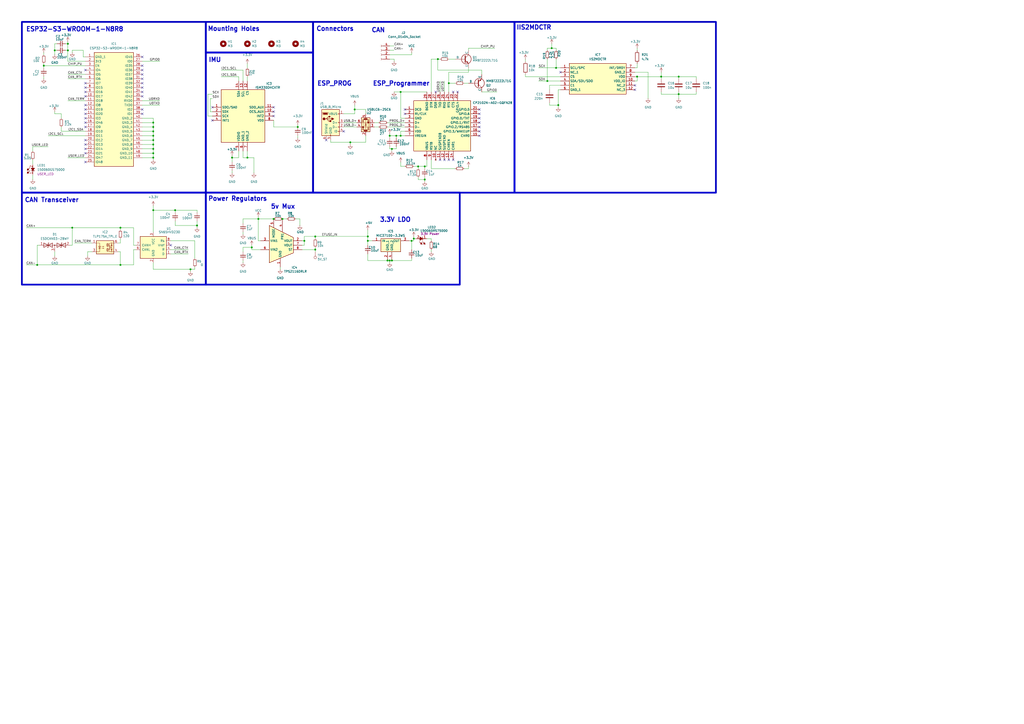
<source format=kicad_sch>
(kicad_sch (version 20250114) (generator "eeschema") (generator_version "9.0")
  (paper "A2")
  (rectangle (start 181.61 12.7) (end 298.45 111.76) (stroke (width 1)))
  (rectangle (start 12.7 12.7) (end 119.38 111.76) (stroke (width 1)))
  (rectangle (start 119.38 111.76) (end 266.7 165.1) (stroke (width 1)))
  (rectangle (start 298.45 12.7) (end 415.29 111.76) (stroke (width 1)))
  (rectangle (start 12.7 111.76) (end 119.38 165.1) (stroke (width 1)))
  (rectangle (start 119.38 12.7) (end 181.61 30.48) (stroke (width 1)))
  (rectangle (start 119.38 30.48) (end 181.61 111.76) (stroke (width 1)))
  (text "3.3V LDO" (at 220.218 129.032 0) (effects (font (size 2.56 2.56) (thickness 0.512) (bold yes)) (justify left bottom)))
  (text "Mounting Holes" (at 120.396 18.288 0) (effects (font (size 2.56 2.56) (thickness 0.512) (bold yes)) (justify left bottom)))
  (text "IIS2MDCTR" (at 299.466 17.526 0) (effects (font (size 2.56 2.56) (thickness 0.512) (bold yes)) (justify left bottom)))
  (text "ESP_Programmer" (at 216.154 50.038 0) (effects (font (size 2.56 2.56) (thickness 0.512) (bold yes)) (justify left bottom)))
  (text "Connectors\n" (at 183.388 18.288 0) (effects (font (size 2.56 2.56) (thickness 0.512) (bold yes)) (justify left bottom)))
  (text "IMU" (at 120.904 36.322 0) (effects (font (size 2.56 2.56) (thickness 0.512) (bold yes)) (justify left bottom)))
  (text "5v Mux" (at 156.972 121.412 0) (effects (font (size 2.56 2.56) (thickness 0.512) (bold yes)) (justify left bottom)))
  (text "ESP32-S3-WROOM-1-N8R8" (at 14.986 18.542 0) (effects (font (size 2.56 2.56) (thickness 0.512) (bold yes)) (justify left bottom)))
  (text "Power Regulators" (at 120.65 116.84 0) (effects (font (size 2.56 2.56) (thickness 0.512) (bold yes)) (justify left bottom)))
  (text "CAN" (at 215.392 19.05 0) (effects (font (size 2.56 2.56) (thickness 0.512) (bold yes)) (justify left bottom)))
  (text "ESP_PROG" (at 183.896 50.038 0) (effects (font (size 2.56 2.56) (thickness 0.512) (bold yes)) (justify left bottom)))
  (text "CAN Transceiver" (at 14.224 117.602 0) (effects (font (size 2.56 2.56) (thickness 0.512) (bold yes)) (justify left bottom)))
  (junction (at 172.72 73.66))
  (junction (at 88.9 78.74))
  (junction (at 149.86 127))
  (junction (at 213.36 137.16))
  (junction (at 226.06 151.13))
  (junction (at 143.51 91.44))
  (junction (at 69.85 153.67))
  (junction (at 88.9 86.36))
  (junction (at 182.88 144.78))
  (junction (at 205.74 63.5))
  (junction (at 39.37 29.21))
  (junction (at 227.33 151.13))
  (junction (at 176.53 139.7))
  (junction (at 41.91 132.08))
  (junction (at 158.75 127))
  (junction (at 25.4 38.1))
  (junction (at 232.41 78.74))
  (junction (at 232.41 53.34))
  (junction (at 317.5 46.99))
  (junction (at 101.6 121.92))
  (junction (at 246.38 96.52))
  (junction (at 88.9 76.2))
  (junction (at 224.79 151.13))
  (junction (at 393.7 44.45))
  (junction (at 323.85 60.96))
  (junction (at 213.36 139.7))
  (junction (at 88.9 81.28))
  (junction (at 369.57 44.45))
  (junction (at 88.9 73.66))
  (junction (at 246.38 104.14))
  (junction (at 88.9 88.9))
  (junction (at 182.88 137.16))
  (junction (at 146.05 143.51))
  (junction (at 39.37 25.4))
  (junction (at 322.58 39.37))
  (junction (at 88.9 71.12))
  (junction (at 110.49 156.21))
  (junction (at 260.35 48.26))
  (junction (at 226.06 78.74))
  (junction (at 393.7 54.61))
  (junction (at 383.54 44.45))
  (junction (at 238.76 139.7))
  (junction (at 242.57 96.52))
  (junction (at 134.62 91.44))
  (junction (at 114.3 130.81))
  (junction (at 31.75 29.21))
  (junction (at 88.9 121.92))
  (junction (at 203.2 82.55))
  (junction (at 227.33 86.36))
  (junction (at 163.83 127))
  (junction (at 240.03 138.43))
  (junction (at 69.85 132.08))
  (junction (at 229.87 78.74))
  (junction (at 254 34.29))
  (junction (at 21.59 153.67))
  (junction (at 88.9 83.82))
  (junction (at 320.04 27.94))
  (junction (at 88.9 91.44))
  (no_connect (at 49.53 71.12))
  (no_connect (at 278.13 66.04))
  (no_connect (at 368.3 49.53))
  (no_connect (at 49.53 48.26))
  (no_connect (at 99.06 142.24))
  (no_connect (at 82.55 66.04))
  (no_connect (at 82.55 45.72))
  (no_connect (at 49.53 66.04))
  (no_connect (at 158.75 67.31))
  (no_connect (at 49.53 40.64))
  (no_connect (at 278.13 78.74))
  (no_connect (at 234.95 63.5))
  (no_connect (at 49.53 55.88))
  (no_connect (at 49.53 93.98))
  (no_connect (at 123.19 69.85))
  (no_connect (at 82.55 43.18))
  (no_connect (at 278.13 73.66))
  (no_connect (at 278.13 71.12))
  (no_connect (at 278.13 68.58))
  (no_connect (at 265.43 53.34))
  (no_connect (at 158.75 62.23))
  (no_connect (at 49.53 60.96))
  (no_connect (at 278.13 76.2))
  (no_connect (at 189.23 81.28))
  (no_connect (at 49.53 86.36))
  (no_connect (at 82.55 50.8))
  (no_connect (at 257.81 92.71))
  (no_connect (at 49.53 88.9))
  (no_connect (at 49.53 50.8))
  (no_connect (at 49.53 63.5))
  (no_connect (at 82.55 63.5))
  (no_connect (at 123.19 62.23))
  (no_connect (at 82.55 40.64))
  (no_connect (at 199.39 76.2))
  (no_connect (at 234.95 66.04))
  (no_connect (at 82.55 55.88))
  (no_connect (at 158.75 64.77))
  (no_connect (at 82.55 33.02))
  (no_connect (at 325.12 41.91))
  (no_connect (at 82.55 53.34))
  (no_connect (at 262.89 92.71))
  (no_connect (at 49.53 68.58))
  (no_connect (at 82.55 38.1))
  (no_connect (at 49.53 73.66))
  (no_connect (at 262.89 53.34))
  (no_connect (at 252.73 53.34))
  (no_connect (at 278.13 63.5))
  (no_connect (at 260.35 92.71))
  (no_connect (at 368.3 52.07))
  (no_connect (at 49.53 81.28))
  (no_connect (at 49.53 53.34))
  (no_connect (at 49.53 83.82))
  (no_connect (at 82.55 48.26))
  (no_connect (at 255.27 92.71))
  (wire (pts (xy 25.4 44.45) (xy 25.4 45.72)))
  (wire (pts (xy 39.37 29.21) (xy 39.37 35.56)))
  (wire (pts (xy 25.4 36.83) (xy 25.4 38.1)))
  (wire (pts (xy 41.91 142.24) (xy 40.64 142.24)))
  (wire (pts (xy 232.41 68.58) (xy 232.41 53.34)))
  (wire (pts (xy 205.74 66.04) (xy 205.74 63.5)))
  (wire (pts (xy 229.87 85.09) (xy 229.87 86.36)))
  (wire (pts (xy 217.17 73.66) (xy 219.71 73.66)))
  (wire (pts (xy 134.62 90.17) (xy 134.62 91.44)))
  (wire (pts (xy 172.72 73.66) (xy 172.72 72.39)))
  (wire (pts (xy 368.3 39.37) (xy 369.57 39.37)))
  (wire (pts (xy 271.78 27.94) (xy 287.02 27.94)))
  (wire (pts (xy 113.03 156.21) (xy 110.49 156.21)))
  (wire (pts (xy 82.55 91.44) (xy 88.9 91.44)))
  (wire (pts (xy 229.87 78.74) (xy 229.87 80.01)))
  (wire (pts (xy 232.41 76.2) (xy 232.41 78.74)))
  (wire (pts (xy 383.54 54.61) (xy 383.54 53.34)))
  (wire (pts (xy 238.76 139.7) (xy 238.76 144.78)))
  (wire (pts (xy 175.26 142.24) (xy 176.53 142.24)))
  (wire (pts (xy 322.58 39.37) (xy 325.12 39.37)))
  (wire (pts (xy 227.33 86.36) (xy 227.33 87.63)))
  (wire (pts (xy 35.56 73.66) (xy 35.56 76.2)))
  (wire (pts (xy 260.35 48.26) (xy 260.35 53.34)))
  (wire (pts (xy 31.75 31.75) (xy 31.75 29.21)))
  (wire (pts (xy 271.78 96.52) (xy 271.78 97.79)))
  (wire (pts (xy 182.88 137.16) (xy 213.36 137.16)))
  (wire (pts (xy 323.85 52.07) (xy 325.12 52.07)))
  (wire (pts (xy 238.76 31.75) (xy 238.76 30.48)))
  (wire (pts (xy 246.38 102.87) (xy 246.38 104.14)))
  (wire (pts (xy 99.06 139.7) (xy 113.03 139.7)))
  (wire (pts (xy 383.54 44.45) (xy 383.54 45.72)))
  (wire (pts (xy 39.37 91.44) (xy 49.53 91.44)))
  (wire (pts (xy 19.05 85.09) (xy 19.05 87.63)))
  (wire (pts (xy 213.36 137.16) (xy 213.36 133.35)))
  (wire (pts (xy 224.79 73.66) (xy 234.95 73.66)))
  (wire (pts (xy 113.03 139.7) (xy 113.03 149.86)))
  (wire (pts (xy 41.91 132.08) (xy 69.85 132.08)))
  (wire (pts (xy 226.06 86.36) (xy 227.33 86.36)))
  (wire (pts (xy 318.77 52.07) (xy 318.77 49.53)))
  (wire (pts (xy 31.75 25.4) (xy 31.75 29.21)))
  (wire (pts (xy 69.85 132.08) (xy 69.85 133.35)))
  (wire (pts (xy 269.24 97.79) (xy 271.78 97.79)))
  (wire (pts (xy 31.75 64.77) (xy 31.75 66.04)))
  (wire (pts (xy 369.57 36.83) (xy 369.57 39.37)))
  (wire (pts (xy 15.24 153.67) (xy 21.59 153.67)))
  (wire (pts (xy 172.72 78.74) (xy 172.72 80.01)))
  (wire (pts (xy 227.33 86.36) (xy 229.87 86.36)))
  (wire (pts (xy 228.6 34.29) (xy 228.6 35.56)))
  (wire (pts (xy 269.24 48.26) (xy 271.78 48.26)))
  (wire (pts (xy 88.9 86.36) (xy 88.9 83.82)))
  (wire (pts (xy 224.79 151.13) (xy 213.36 151.13)))
  (wire (pts (xy 143.51 44.45) (xy 143.51 46.99)))
  (wire (pts (xy 254 34.29) (xy 255.27 34.29)))
  (wire (pts (xy 82.55 86.36) (xy 88.9 86.36)))
  (wire (pts (xy 101.6 128.27) (xy 101.6 130.81)))
  (wire (pts (xy 149.86 125.73) (xy 149.86 127)))
  (wire (pts (xy 78.74 144.78) (xy 77.47 144.78)))
  (wire (pts (xy 320.04 27.94) (xy 322.58 27.94)))
  (wire (pts (xy 138.43 44.45) (xy 128.27 44.45)))
  (wire (pts (xy 322.58 29.21) (xy 322.58 27.94)))
  (wire (pts (xy 149.86 127) (xy 149.86 139.7)))
  (wire (pts (xy 226.06 77.47) (xy 226.06 78.74)))
  (wire (pts (xy 43.18 140.97) (xy 53.34 140.97)))
  (wire (pts (xy 368.3 46.99) (xy 369.57 46.99)))
  (wire (pts (xy 49.53 33.02) (xy 48.26 33.02)))
  (wire (pts (xy 240.03 138.43) (xy 240.03 139.7)))
  (wire (pts (xy 320.04 25.4) (xy 320.04 27.94)))
  (wire (pts (xy 50.8 146.05) (xy 50.8 148.59)))
  (wire (pts (xy 88.9 76.2) (xy 88.9 73.66)))
  (wire (pts (xy 149.86 127) (xy 158.75 127)))
  (wire (pts (xy 19.05 92.71) (xy 19.05 95.25)))
  (wire (pts (xy 69.85 138.43) (xy 69.85 140.97)))
  (wire (pts (xy 242.57 96.52) (xy 242.57 97.79)))
  (wire (pts (xy 369.57 44.45) (xy 383.54 44.45)))
  (wire (pts (xy 88.9 88.9) (xy 88.9 86.36)))
  (wire (pts (xy 175.26 144.78) (xy 182.88 144.78)))
  (wire (pts (xy 69.85 153.67) (xy 77.47 153.67)))
  (wire (pts (xy 279.4 53.34) (xy 288.29 53.34)))
  (wire (pts (xy 88.9 121.92) (xy 88.9 119.38)))
  (wire (pts (xy 232.41 96.52) (xy 234.95 96.52)))
  (wire (pts (xy 322.58 34.29) (xy 322.58 39.37)))
  (wire (pts (xy 140.97 87.63) (xy 140.97 91.44)))
  (wire (pts (xy 88.9 71.12) (xy 88.9 68.58)))
  (wire (pts (xy 99.06 147.32) (xy 109.22 147.32)))
  (wire (pts (xy 213.36 139.7) (xy 215.9 139.7)))
  (wire (pts (xy 82.55 78.74) (xy 88.9 78.74)))
  (wire (pts (xy 21.59 153.67) (xy 69.85 153.67)))
  (wire (pts (xy 143.51 36.83) (xy 143.51 39.37)))
  (wire (pts (xy 101.6 121.92) (xy 101.6 123.19)))
  (wire (pts (xy 134.62 91.44) (xy 134.62 93.98)))
  (wire (pts (xy 162.56 154.94) (xy 162.56 156.21)))
  (wire (pts (xy 226.06 151.13) (xy 226.06 152.4)))
  (wire (pts (xy 203.2 82.55) (xy 212.09 82.55)))
  (wire (pts (xy 114.3 128.27) (xy 114.3 130.81)))
  (wire (pts (xy 232.41 78.74) (xy 234.95 78.74)))
  (wire (pts (xy 246.38 96.52) (xy 247.65 96.52)))
  (wire (pts (xy 176.53 142.24) (xy 176.53 139.7)))
  (wire (pts (xy 120.65 67.31) (xy 120.65 54.61)))
  (wire (pts (xy 31.75 29.21) (xy 33.02 29.21)))
  (wire (pts (xy 224.79 151.13) (xy 226.06 151.13)))
  (wire (pts (xy 226.06 80.01) (xy 226.06 78.74)))
  (wire (pts (xy 199.39 73.66) (xy 207.01 73.66)))
  (wire (pts (xy 146.05 142.24) (xy 146.05 143.51)))
  (wire (pts (xy 50.8 146.05) (xy 53.34 146.05)))
  (wire (pts (xy 19.05 101.6) (xy 19.05 104.14)))
  (wire (pts (xy 271.78 41.91) (xy 260.35 41.91)))
  (wire (pts (xy 110.49 156.21) (xy 88.9 156.21)))
  (wire (pts (xy 317.5 46.99) (xy 325.12 46.99)))
  (wire (pts (xy 21.59 142.24) (xy 22.86 142.24)))
  (wire (pts (xy 173.99 127) (xy 173.99 130.81)))
  (wire (pts (xy 213.36 137.16) (xy 213.36 139.7)))
  (wire (pts (xy 110.49 156.21) (xy 110.49 157.48)))
  (wire (pts (xy 82.55 73.66) (xy 88.9 73.66)))
  (wire (pts (xy 369.57 27.94) (xy 369.57 29.21)))
  (wire (pts (xy 247.65 92.71) (xy 247.65 96.52)))
  (wire (pts (xy 271.78 27.94) (xy 271.78 29.21)))
  (wire (pts (xy 393.7 54.61) (xy 393.7 53.34)))
  (wire (pts (xy 140.97 143.51) (xy 140.97 146.05)))
  (wire (pts (xy 140.97 135.89) (xy 140.97 134.62)))
  (wire (pts (xy 304.8 34.29) (xy 304.8 35.56)))
  (wire (pts (xy 279.4 43.18) (xy 279.4 40.64)))
  (wire (pts (xy 140.97 40.64) (xy 128.27 40.64)))
  (wire (pts (xy 260.35 48.26) (xy 264.16 48.26)))
  (wire (pts (xy 77.47 132.08) (xy 77.47 142.24)))
  (wire (pts (xy 138.43 91.44) (xy 134.62 91.44)))
  (wire (pts (xy 19.05 85.09) (xy 27.94 85.09)))
  (wire (pts (xy 237.49 139.7) (xy 238.76 139.7)))
  (wire (pts (xy 199.39 66.04) (xy 205.74 66.04)))
  (wire (pts (xy 393.7 54.61) (xy 403.86 54.61)))
  (wire (pts (xy 101.6 130.81) (xy 114.3 130.81)))
  (wire (pts (xy 217.17 71.12) (xy 219.71 71.12)))
  (wire (pts (xy 240.03 138.43) (xy 240.03 137.16)))
  (wire (pts (xy 317.5 29.21) (xy 317.5 27.94)))
  (wire (pts (xy 35.56 66.04) (xy 35.56 68.58)))
  (wire (pts (xy 82.55 81.28) (xy 88.9 81.28)))
  (wire (pts (xy 69.85 140.97) (xy 68.58 140.97)))
  (wire (pts (xy 77.47 144.78) (xy 77.47 153.67)))
  (wire (pts (xy 312.42 46.99) (xy 317.5 46.99)))
  (wire (pts (xy 48.26 29.21) (xy 41.91 29.21)))
  (wire (pts (xy 77.47 142.24) (xy 78.74 142.24)))
  (wire (pts (xy 213.36 147.32) (xy 213.36 151.13)))
  (wire (pts (xy 39.37 35.56) (xy 49.53 35.56)))
  (wire (pts (xy 176.53 139.7) (xy 175.26 139.7)))
  (wire (pts (xy 121.92 64.77) (xy 121.92 57.15)))
  (wire (pts (xy 147.32 91.44) (xy 147.32 100.33)))
  (wire (pts (xy 31.75 146.05) (xy 31.75 148.59)))
  (wire (pts (xy 369.57 46.99) (xy 369.57 44.45)))
  (wire (pts (xy 246.38 104.14) (xy 246.38 105.41)))
  (wire (pts (xy 226.06 26.67) (xy 228.6 26.67)))
  (wire (pts (xy 82.55 88.9) (xy 88.9 88.9)))
  (wire (pts (xy 250.19 97.79) (xy 264.16 97.79)))
  (wire (pts (xy 82.55 83.82) (xy 88.9 83.82)))
  (wire (pts (xy 88.9 73.66) (xy 88.9 71.12)))
  (wire (pts (xy 31.75 25.4) (xy 33.02 25.4)))
  (wire (pts (xy 250.19 138.43) (xy 250.19 139.7)))
  (wire (pts (xy 240.03 138.43) (xy 241.3 138.43)))
  (wire (pts (xy 114.3 121.92) (xy 114.3 123.19)))
  (wire (pts (xy 368.3 41.91) (xy 375.92 41.91)))
  (wire (pts (xy 383.54 41.91) (xy 383.54 44.45)))
  (wire (pts (xy 323.85 60.96) (xy 323.85 62.23)))
  (wire (pts (xy 242.57 96.52) (xy 246.38 96.52)))
  (wire (pts (xy 242.57 104.14) (xy 246.38 104.14)))
  (wire (pts (xy 113.03 154.94) (xy 113.03 156.21)))
  (wire (pts (xy 403.86 44.45) (xy 403.86 45.72)))
  (wire (pts (xy 88.9 156.21) (xy 88.9 152.4)))
  (wire (pts (xy 69.85 132.08) (xy 77.47 132.08)))
  (wire (pts (xy 25.4 30.48) (xy 25.4 31.75)))
  (wire (pts (xy 146.05 143.51) (xy 146.05 144.78)))
  (wire (pts (xy 229.87 78.74) (xy 232.41 78.74)))
  (wire (pts (xy 250.19 53.34) (xy 250.19 34.29)))
  (wire (pts (xy 39.37 45.72) (xy 49.53 45.72)))
  (wire (pts (xy 39.37 24.13) (xy 39.37 25.4)))
  (wire (pts (xy 250.19 34.29) (xy 254 34.29)))
  (wire (pts (xy 238.76 149.86) (xy 238.76 151.13)))
  (wire (pts (xy 403.86 44.45) (xy 393.7 44.45)))
  (wire (pts (xy 182.88 143.51) (xy 182.88 144.78)))
  (wire (pts (xy 318.77 59.69) (xy 318.77 60.96)))
  (wire (pts (xy 82.55 35.56) (xy 92.71 35.56)))
  (wire (pts (xy 226.06 151.13) (xy 227.33 151.13)))
  (wire (pts (xy 250.19 144.78) (xy 250.19 146.05)))
  (wire (pts (xy 176.53 137.16) (xy 182.88 137.16)))
  (wire (pts (xy 199.39 71.12) (xy 207.01 71.12)))
  (wire (pts (xy 121.92 57.15) (xy 123.19 57.15)))
  (wire (pts (xy 68.58 146.05) (xy 69.85 146.05)))
  (wire (pts (xy 143.51 87.63) (xy 143.51 91.44)))
  (wire (pts (xy 317.5 34.29) (xy 317.5 46.99)))
  (wire (pts (xy 191.77 81.28) (xy 191.77 82.55)))
  (wire (pts (xy 232.41 76.2) (xy 234.95 76.2)))
  (wire (pts (xy 173.99 127) (xy 171.45 127)))
  (wire (pts (xy 375.92 41.91) (xy 375.92 57.15)))
  (wire (pts (xy 228.6 29.21) (xy 226.06 29.21)))
  (wire (pts (xy 114.3 130.81) (xy 114.3 132.08)))
  (wire (pts (xy 123.19 64.77) (xy 121.92 64.77)))
  (wire (pts (xy 39.37 43.18) (xy 49.53 43.18)))
  (wire (pts (xy 368.3 44.45) (xy 369.57 44.45)))
  (wire (pts (xy 247.65 138.43) (xy 250.19 138.43)))
  (wire (pts (xy 140.97 91.44) (xy 143.51 91.44)))
  (wire (pts (xy 158.75 73.66) (xy 158.75 69.85)))
  (wire (pts (xy 182.88 144.78) (xy 182.88 146.05)))
  (wire (pts (xy 146.05 143.51) (xy 140.97 143.51)))
  (wire (pts (xy 323.85 52.07) (xy 323.85 60.96)))
  (wire (pts (xy 140.97 151.13) (xy 140.97 152.4)))
  (wire (pts (xy 393.7 44.45) (xy 383.54 44.45)))
  (wire (pts (xy 255.27 46.99) (xy 255.27 53.34)))
  (wire (pts (xy 226.06 78.74) (xy 229.87 78.74)))
  (wire (pts (xy 254 40.64) (xy 254 34.29)))
  (wire (pts (xy 226.06 31.75) (xy 238.76 31.75)))
  (wire (pts (xy 213.36 142.24) (xy 213.36 139.7)))
  (wire (pts (xy 39.37 25.4) (xy 39.37 29.21)))
  (wire (pts (xy 41.91 29.21) (xy 41.91 30.48)))
  (wire (pts (xy 212.09 78.74) (xy 212.09 82.55)))
  (wire (pts (xy 82.55 58.42) (xy 92.71 58.42)))
  (wire (pts (xy 250.19 92.71) (xy 250.19 97.79)))
  (wire (pts (xy 224.79 71.12) (xy 234.95 71.12)))
  (wire (pts (xy 69.85 146.05) (xy 69.85 153.67)))
  (wire (pts (xy 232.41 93.98) (xy 232.41 96.52)))
  (wire (pts (xy 38.1 29.21) (xy 39.37 29.21)))
  (wire (pts (xy 383.54 54.61) (xy 393.7 54.61)))
  (wire (pts (xy 182.88 138.43) (xy 182.88 137.16)))
  (wire (pts (xy 260.35 41.91) (xy 260.35 48.26)))
  (wire (pts (xy 88.9 78.74) (xy 88.9 76.2)))
  (wire (pts (xy 48.26 33.02) (xy 48.26 29.21)))
  (wire (pts (xy 176.53 139.7) (xy 176.53 137.16)))
  (wire (pts (xy 212.09 66.04) (xy 212.09 63.5)))
  (wire (pts (xy 120.65 54.61) (xy 123.19 54.61)))
  (wire (pts (xy 35.56 76.2) (xy 49.53 76.2)))
  (wire (pts (xy 304.8 44.45) (xy 325.12 44.45)))
  (wire (pts (xy 25.4 38.1) (xy 49.53 38.1)))
  (wire (pts (xy 134.62 99.06) (xy 134.62 100.33)))
  (wire (pts (xy 240.03 139.7) (xy 238.76 139.7)))
  (wire (pts (xy 242.57 102.87) (xy 242.57 104.14)))
  (wire (pts (xy 88.9 83.82) (xy 88.9 81.28)))
  (wire (pts (xy 140.97 127) (xy 149.86 127)))
  (wire (pts (xy 247.65 53.34) (xy 232.41 53.34)))
  (wire (pts (xy 271.78 39.37) (xy 271.78 41.91)))
  (wire (pts (xy 88.9 121.92) (xy 88.9 134.62)))
  (wire (pts (xy 228.6 34.29) (xy 226.06 34.29)))
  (wire (pts (xy 403.86 54.61) (xy 403.86 53.34)))
  (wire (pts (xy 318.77 60.96) (xy 323.85 60.96)))
  (wire (pts (xy 39.37 58.42) (xy 49.53 58.42)))
  (wire (pts (xy 246.38 96.52) (xy 246.38 97.79)))
  (wire (pts (xy 203.2 82.55) (xy 203.2 83.82)))
  (wire (pts (xy 25.4 39.37) (xy 25.4 38.1)))
  (wire (pts (xy 138.43 46.99) (xy 138.43 44.45)))
  (wire (pts (xy 88.9 91.44) (xy 88.9 88.9)))
  (wire (pts (xy 31.75 66.04) (xy 35.56 66.04)))
  (wire (pts (xy 138.43 87.63) (xy 138.43 91.44)))
  (wire (pts (xy 158.75 73.66) (xy 172.72 73.66)))
  (wire (pts (xy 393.7 44.45) (xy 393.7 45.72)))
  (wire (pts (xy 143.51 91.44) (xy 147.32 91.44)))
  (wire (pts (xy 234.95 68.58) (xy 232.41 68.58)))
  (wire (pts (xy 203.2 82.55) (xy 191.77 82.55)))
  (wire (pts (xy 317.5 27.94) (xy 320.04 27.94)))
  (wire (pts (xy 393.7 54.61) (xy 393.7 57.15)))
  (wire (pts (xy 123.19 67.31) (xy 120.65 67.31)))
  (wire (pts (xy 27.94 78.74) (xy 49.53 78.74)))
  (wire (pts (xy 318.77 49.53) (xy 325.12 49.53)))
  (wire (pts (xy 149.86 139.7) (xy 151.13 139.7)))
  (wire (pts (xy 99.06 144.78) (xy 109.22 144.78)))
  (wire (pts (xy 88.9 68.58) (xy 82.55 68.58)))
  (wire (pts (xy 140.97 127) (xy 140.97 129.54)))
  (wire (pts (xy 101.6 121.92) (xy 114.3 121.92)))
  (wire (pts (xy 227.33 151.13) (xy 238.76 151.13)))
  (wire (pts (xy 240.03 96.52) (xy 242.57 96.52)))
  (wire (pts (xy 205.74 63.5) (xy 205.74 60.96)))
  (wire (pts (xy 212.09 63.5) (xy 205.74 63.5)))
  (wire (pts (xy 312.42 39.37) (xy 322.58 39.37)))
  (wire (pts (xy 226.06 85.09) (xy 226.06 86.36)))
  (wire (pts (xy 82.55 76.2) (xy 88.9 76.2)))
  (wire (pts (xy 140.97 46.99) (xy 140.97 40.64)))
  (wire (pts (xy 82.55 60.96) (xy 92.71 60.96)))
  (wire (pts (xy 38.1 25.4) (xy 39.37 25.4)))
  (wire (pts (xy 279.4 40.64) (xy 254 40.64)))
  (wire (pts (xy 82.55 71.12) (xy 88.9 71.12)))
  (wire (pts (xy 304.8 43.18) (xy 304.8 44.45)))
  (wire (pts (xy 166.37 127) (xy 163.83 127)))
  (wire (pts (xy 15.24 132.08) (xy 41.91 132.08)))
  (wire (pts (xy 146.05 144.78) (xy 151.13 144.78)))
  (wire (pts (xy 88.9 121.92) (xy 101.6 121.92)))
  (wire (pts (xy 41.91 132.08) (xy 41.91 142.24)))
  (wire (pts (xy 21.59 142.24) (xy 21.59 153.67)))
  (wire (pts (xy 232.41 53.34) (xy 228.6 53.34)))
  (wire (pts (xy 88.9 92.71) (xy 88.9 91.44)))
  (wire (pts (xy 257.81 46.99) (xy 257.81 53.34)))
  (wire (pts (xy 260.35 34.29) (xy 264.16 34.29)))
  (wire (pts (xy 88.9 81.28) (xy 88.9 78.74)))
  (label "CHIP_PU" (at 39.37 38.1 0))
  (label "SDX" (at 312.42 46.99 0))
  (label "CAN-" (at 15.24 153.67 0))
  (label "CAN_RTX" (at 109.22 147.32 180))
  (label "USB_D-" (at 207.01 73.66 180))
  (label "CAN_TERM" (at 39.37 58.42 0))
  (label "SCX" (at 123.19 54.61 0))
  (label "U0TXD" (at 92.71 60.96 180))
  (label "I2C1_SDA" (at 39.37 76.2 0))
  (label "EFUSE_IN" (at 186.69 137.16 0))
  (label "PROG_D+" (at 234.95 71.12 180))
  (label "PROG_D-" (at 234.95 73.66 180))
  (label "CAN+" (at 15.24 132.08 0))
  (label "CAN_CTX" (at 109.22 144.78 180))
  (label "SCX" (at 312.42 39.37 0))
  (label "U0RXD" (at 255.27 46.99 270))
  (label "I2C1_SDA" (at 128.27 44.45 0))
  (label "SDX" (at 123.19 57.15 0))
  (label "CAN_RTX" (at 39.37 45.72 0))
  (label "CAN-" (at 228.6 29.21 0))
  (label "USER_LED" (at 27.94 85.09 180))
  (label "USER_LED" (at 39.37 91.44 0))
  (label "GPIO0" (at 288.29 53.34 180))
  (label "CAN_TERM" (at 43.18 140.97 0))
  (label "CAN+" (at 228.6 26.67 0))
  (label "CHIP_PU" (at 287.02 27.94 180))
  (label "I2C1_SCL" (at 128.27 40.64 0))
  (label "USB_D+" (at 207.01 71.12 180))
  (label "I2C1_SCL" (at 27.94 78.74 0))
  (label "U0TXD" (at 257.81 46.99 270))
  (label "U0RXD" (at 92.71 58.42 180))
  (label "GPIO0" (at 92.71 35.56 180))
  (label "CAN_CTX" (at 39.37 43.18 0))
  (symbol (lib_id "power:+3.3V") (at 240.03 137.16 0) (unit 1)
    (property "Reference" "#PWR036" (effects (hide yes)))
    (property "Value" "+3.3V" (at 240.03 133.35 0))
    (property "Description" "Power symbol creates a global label with name \"+3.3V\"" (effects (hide yes)))
  )
  (symbol (lib_id "power:GND") (at 114.3 132.08 0) (unit 1)
    (property "Reference" "#PWR013" (effects (hide yes)))
    (property "Value" "GND" (at 114.3 137.16 0))
    (property "Description" "Power symbol creates a global label with name \"GND\" , ground" (effects (hide yes)))
  )
  (symbol (lib_id "Device:C_Small") (at 134.62 96.52 180) (unit 1)
    (property "Reference" "C6" (at 139.7 95.504 0) (effects (justify left)))
    (property "Value" "100nF" (at 143.002 97.282 0) (effects (justify left)))
    (property "Footprint" "Capacitor_SMD:C_0603_1608Metric" (effects (hide yes)))
  )
  (symbol (lib_id "Device:R_Small") (at 161.29 127 270) (unit 1)
    (property "Reference" "R7" (at 159.512 123.698 90) (effects (justify left)))
    (property "Value" "10k" (at 161.29 125.222 90))
    (property "Footprint" "Resistor_SMD:R_0603_1608Metric" (effects (hide yes)))
  )
  (symbol (lib_id "power:GND") (at 172.72 80.01 0) (unit 1)
    (property "Reference" "#PWR024" (effects (hide yes)))
    (property "Value" "GND" (at 172.72 85.09 0))
    (property "Description" "Power symbol creates a global label with name \"GND\" , ground" (effects (hide yes)))
  )
  (symbol (lib_id "power:+3.3V") (at 88.9 119.38 0) (unit 1)
    (property "Reference" "#PWR011" (effects (hide yes)))
    (property "Value" "+3.3V" (at 88.9 114.3 0))
    (property "Description" "Power symbol creates a global label with name \"+3.3V\"" (effects (hide yes)))
  )
  (symbol (lib_id "SDM_LED:150060RS75000") (at 247.65 138.43 180) (unit 1)
    (property "Reference" "LED2" (at 250.444 131.826 0))
    (property "Value" "150060RS75000" (at 251.714 133.858 0))
    (property "Footprint" "SDM_MiscFootprint:LEDC1608X80N" (effects (hide yes)))
    (property "Datasheet" "https://www.we-online.com/components/products/datasheet/150060RS75000.pdf" (effects (hide yes)))
    (property "Description" "WURTH ELEKTRONIK - 150060RS75000 - LED, 0603, RED, 250MCD, 625NM" (effects (hide yes)))
    (property "Measure" "3.3V Power" (at 249.428 135.636 0))
    (property "Height" "0.8" (effects (hide yes)))
    (property "Mouser Part Number" "710-150060RS75000" (effects (hide yes)))
    (property "Mouser Price/Stock" "https://www.mouser.co.uk/ProductDetail/Wurth-Elektronik/150060RS75000?qs=LlUlMxKIyB3QnmZ3fw%2FVCA%3D%3D" (effects (hide yes)))
    (property "Manufacturer_Name" "Wurth Elektronik" (effects (hide yes)))
    (property "Manufacturer_Part_Number" "150060RS75000" (effects (hide yes)))
  )
  (symbol (lib_id "Device:C_Small") (at 238.76 147.32 180) (unit 1)
    (property "Reference" "C13" (at 243.332 146.304 0) (effects (justify left)))
    (property "Value" "10uF" (at 245.618 148.082 0) (effects (justify left)))
    (property "Footprint" "Capacitor_SMD:C_0603_1608Metric" (effects (hide yes)))
  )
  (symbol (lib_id "Device:C_Small") (at 35.56 25.4 270) (unit 1)
    (property "Reference" "C2" (at 32.258 21.082 90) (effects (justify left)))
    (property "Value" "10uF" (at 32.258 22.86 90) (effects (justify left)))
    (property "Footprint" "Capacitor_SMD:C_0603_1608Metric" (effects (hide yes)))
  )
  (symbol (lib_id "Connector:USB_B_Micro") (at 191.77 71.12 0) (unit 1)
    (property "Reference" "J1" (at 186.69 59.944 0))
    (property "Value" "USB_B_Micro" (at 191.77 61.976 0))
    (property "Footprint" "Connector_USB:USB_Micro-B_Molex-105017-0001" (effects (hide yes)))
    (property "Description" "USB Micro Type B connector" (effects (hide yes)))
  )
  (symbol (lib_id "power:+3.3V") (at 383.54 41.91 0) (unit 1)
    (property "Reference" "#PWR045" (effects (hide yes)))
    (property "Value" "+3.3V" (at 382.524 38.1 0))
    (property "Description" "Power symbol creates a global label with name \"+3.3V\"" (effects (hide yes)))
  )
  (symbol (lib_id "Device:R_Small") (at 35.56 71.12 0) (unit 1)
    (property "Reference" "R3" (at 37.338 70.612 0) (effects (justify left)))
    (property "Value" "2.2k" (at 37.338 72.136 0) (effects (justify left)))
    (property "Footprint" "Resistor_SMD:R_0603_1608Metric" (effects (hide yes)))
  )
  (symbol (lib_id "Device:C_Small") (at 246.38 100.33 180) (unit 1)
    (property "Reference" "C14" (at 250.952 99.314 0) (effects (justify left)))
    (property "Value" "1uF" (at 252.222 101.092 0) (effects (justify left)))
    (property "Footprint" "Capacitor_SMD:C_0603_1608Metric" (effects (hide yes)))
  )
  (symbol (lib_id "Device:C_Small") (at 35.56 29.21 270) (unit 1)
    (property "Reference" "C3" (at 33.528 31.75 90) (effects (justify left)))
    (property "Value" "100nF" (at 33.02 33.274 90) (effects (justify left)))
    (property "Footprint" "Capacitor_SMD:C_0603_1608Metric" (effects (hide yes)))
  )
  (symbol (lib_id "power:GND") (at 19.05 104.14 0) (unit 1)
    (property "Reference" "#PWR01" (effects (hide yes)))
    (property "Value" "GND" (at 19.05 109.22 0))
    (property "Description" "Power symbol creates a global label with name \"GND\" , ground" (effects (hide yes)))
  )
  (symbol (lib_id "power:+3.3V") (at 304.8 34.29 0) (unit 1)
    (property "Reference" "#PWR040" (effects (hide yes)))
    (property "Value" "+3.3V" (at 303.784 30.48 0))
    (property "Description" "Power symbol creates a global label with name \"+3.3V\"" (effects (hide yes)))
  )
  (symbol (lib_id "power:GND") (at 226.06 152.4 0) (unit 1)
    (property "Reference" "#PWR030" (effects (hide yes)))
    (property "Value" "GND" (at 226.06 156.464 0))
    (property "Description" "Power symbol creates a global label with name \"GND\" , ground" (effects (hide yes)))
  )
  (symbol (lib_id "power:GND") (at 41.91 30.48 0) (unit 1)
    (property "Reference" "#PWR08" (effects (hide yes)))
    (property "Value" "GND" (at 41.91 34.29 0))
    (property "Description" "Power symbol creates a global label with name \"GND\" , ground" (effects (hide yes)))
  )
  (symbol (lib_id "Device:R_Small") (at 322.58 31.75 0) (unit 1)
    (property "Reference" "R20" (at 324.358 33.02 90) (effects (justify left)))
    (property "Value" "2.2k" (at 320.802 33.782 90) (effects (justify left)))
    (property "Footprint" "Resistor_SMD:R_0603_1608Metric" (effects (hide yes)))
  )
  (symbol (lib_id "Mechanical:MountingHole") (at 143.51 25.4 0) (unit 1)
    (property "Reference" "H2" (at 146.05 24.13 0) (effects (justify left)))
    (property "Value" "M3" (at 146.05 26.67 0) (effects (justify left)))
    (property "Footprint" "MountingHole:MountingHole_3.2mm_M3" (effects (hide yes)))
  )
  (symbol (lib_id "Device:R_Small") (at 25.4 34.29 180) (unit 1)
    (property "Reference" "R2" (at 23.114 33.782 0) (effects (justify left)))
    (property "Value" "10k" (at 22.86 35.306 0) (effects (justify left)))
    (property "Footprint" "Resistor_SMD:R_0603_1608Metric" (effects (hide yes)))
  )
  (symbol (lib_id "power:VBUS") (at 232.41 93.98 0) (unit 1)
    (property "Reference" "#PWR034" (effects (hide yes)))
    (property "Value" "VBUS" (at 232.41 88.9 0))
    (property "Description" "Power symbol creates a global label with name \"VBUS\"" (effects (hide yes)))
  )
  (symbol (lib_id "power:GND") (at 147.32 100.33 0) (unit 1)
    (property "Reference" "#PWR020" (effects (hide yes)))
    (property "Value" "GND" (at 147.32 105.41 0))
    (property "Description" "Power symbol creates a global label with name \"GND\" , ground" (effects (hide yes)))
  )
  (symbol (lib_id "SDM_TRANSISTOR:MMBT2222LT1G") (at 276.86 48.26 0) (mirror x) (unit 1)
    (property "Reference" "Q2" (at 281.94 49.5301 0) (effects (justify left)))
    (property "Value" "MMBT2222LT1G" (at 281.94 46.9901 0) (effects (justify left)))
    (property "Footprint" "SDM_MiscFootprint:SOT96P237X111-3N" (effects (hide yes)))
    (property "Datasheet" "https://ngspice.sourceforge.io/docs/ngspice-html-manual/manual.xhtml#cha_BJTs" (effects (hide yes)))
    (property "Description" "Bipolar transistor symbol for simulation only, substrate tied to the emitter" (effects (hide yes)))
    (property "Sim.Device" "NPN" (effects (hide yes)))
    (property "Sim.Type" "GUMMELPOON" (effects (hide yes)))
    (property "Sim.Pins" "1=C 2=B 3=E" (effects (hide yes)))
  )
  (symbol (lib_id "Device:C") (at 383.54 49.53 0) (unit 1)
    (property "Reference" "C16" (at 387.35 48.2599 0) (effects (justify left)))
    (property "Value" "10u" (at 387.35 50.7999 0) (effects (justify left)))
    (property "Footprint" "Capacitor_SMD:C_0603_1608Metric" (effects (hide yes)))
    (property "Description" "Unpolarized capacitor" (effects (hide yes)))
  )
  (symbol (lib_id "Device:R_Small") (at 242.57 100.33 0) (unit 1)
    (property "Reference" "R13" (at 237.49 99.568 0) (effects (justify left)))
    (property "Value" "47.5k" (at 236.22 101.346 0) (effects (justify left)))
    (property "Footprint" "Resistor_SMD:R_0603_1608Metric" (effects (hide yes)))
  )
  (symbol (lib_id "Device:R_Small") (at 143.51 41.91 180) (unit 1)
    (property "Reference" "R6" (at 147.066 40.386 90) (effects (justify left)))
    (property "Value" "10k" (at 145.288 40.386 90) (effects (justify left)))
    (property "Footprint" "Resistor_SMD:R_0603_1608Metric" (effects (hide yes)))
  )
  (symbol (lib_id "Device:R_Small") (at 250.19 142.24 180) (unit 1)
    (property "Reference" "R14" (at 255.016 141.478 0) (effects (justify left)))
    (property "Value" "68" (at 253.746 143.256 0) (effects (justify left)))
    (property "Footprint" "Resistor_SMD:R_0603_1608Metric" (effects (hide yes)))
  )
  (symbol (lib_id "Device:R_Small") (at 182.88 140.97 0) (unit 1)
    (property "Reference" "R9" (at 183.896 140.716 0) (effects (justify left)))
    (property "Value" "10k" (at 185.928 142.494 0))
    (property "Footprint" "Resistor_SMD:R_0603_1608Metric" (effects (hide yes)))
  )
  (symbol (lib_id "Device:C") (at 403.86 49.53 0) (unit 1)
    (property "Reference" "C18" (at 407.67 48.2599 0) (effects (justify left)))
    (property "Value" "100n" (at 407.67 50.7999 0) (effects (justify left)))
    (property "Footprint" "Capacitor_SMD:C_0603_1608Metric" (effects (hide yes)))
    (property "Description" "Unpolarized capacitor" (effects (hide yes)))
  )
  (symbol (lib_id "Device:C_Small") (at 213.36 144.78 180) (unit 1)
    (property "Reference" "C10" (at 217.678 143.51 0) (effects (justify left)))
    (property "Value" "10uF" (at 219.964 145.288 0) (effects (justify left)))
    (property "Footprint" "Capacitor_SMD:C_0603_1608Metric" (effects (hide yes)))
  )
  (symbol (lib_id "power:GND") (at 140.97 152.4 0) (unit 1)
    (property "Reference" "#PWR017" (effects (hide yes)))
    (property "Value" "GND" (at 140.97 157.48 0))
    (property "Description" "Power symbol creates a global label with name \"GND\" , ground" (effects (hide yes)))
  )
  (symbol (lib_id "power:GND") (at 110.49 157.48 0) (unit 1)
    (property "Reference" "#PWR012" (effects (hide yes)))
    (property "Value" "GND" (at 110.49 162.56 0))
    (property "Description" "Power symbol creates a global label with name \"GND\" , ground" (effects (hide yes)))
  )
  (symbol (lib_id "power:+3.3V") (at 39.37 24.13 0) (unit 1)
    (property "Reference" "#PWR07" (effects (hide yes)))
    (property "Value" "+3.3V" (at 38.354 20.32 0))
    (property "Description" "Power symbol creates a global label with name \"+3.3V\"" (effects (hide yes)))
  )
  (symbol (lib_id "Device:R_Small") (at 222.25 73.66 270) (unit 1)
    (property "Reference" "R11" (at 220.218 75.692 90) (effects (justify left)))
    (property "Value" "27" (at 220.218 77.47 90) (effects (justify left)))
    (property "Footprint" "Resistor_SMD:R_0603_1608Metric" (effects (hide yes)))
  )
  (symbol (lib_id "power:VCC") (at 238.76 30.48 0) (unit 1)
    (property "Reference" "#PWR035" (effects (hide yes)))
    (property "Value" "VCC" (at 238.76 26.67 0))
    (property "Description" "Power symbol creates a global label with name \"VCC\"" (effects (hide yes)))
  )
  (symbol (lib_id "Device:R_Small") (at 113.03 152.4 180) (unit 1)
    (property "Reference" "R5" (at 116.84 151.638 0) (effects (justify left)))
    (property "Value" "0" (at 117.856 153.67 0) (effects (justify left)))
    (property "Footprint" "Resistor_SMD:R_0603_1608Metric" (effects (hide yes)))
  )
  (symbol (lib_id "power:+3.3V") (at 172.72 72.39 0) (unit 1)
    (property "Reference" "#PWR023" (effects (hide yes)))
    (property "Value" "+3.3V" (at 172.72 67.31 0))
    (property "Description" "Power symbol creates a global label with name \"+3.3V\"" (effects (hide yes)))
  )
  (symbol (lib_id "Device:R_Small") (at 257.81 34.29 270) (unit 1)
    (property "Reference" "R15" (at 256.286 30.734 90) (effects (justify left)))
    (property "Value" "10k" (at 256.286 32.512 90) (effects (justify left)))
    (property "Footprint" "Resistor_SMD:R_0603_1608Metric" (effects (hide yes)))
  )
  (symbol (lib_id "Device:C_Small") (at 226.06 82.55 180) (unit 1)
    (property "Reference" "C11" (at 223.774 81.788 0) (effects (justify left)))
    (property "Value" "4.7uF" (at 224.282 83.566 0) (effects (justify left)))
    (property "Footprint" "Capacitor_SMD:C_0603_1608Metric" (effects (hide yes)))
  )
  (symbol (lib_id "power:+3.3V") (at 320.04 25.4 0) (unit 1)
    (property "Reference" "#PWR041" (effects (hide yes)))
    (property "Value" "+3.3V" (at 320.04 21.844 0))
    (property "Description" "Power symbol creates a global label with name \"+3.3V\"" (effects (hide yes)))
  )
  (symbol (lib_id "power:GND") (at 134.62 100.33 0) (unit 1)
    (property "Reference" "#PWR015" (effects (hide yes)))
    (property "Value" "GND" (at 134.62 105.41 0))
    (property "Description" "Power symbol creates a global label with name \"GND\" , ground" (effects (hide yes)))
  )
  (symbol (lib_id "Device:R_Small") (at 266.7 48.26 270) (unit 1)
    (property "Reference" "R16" (at 265.176 44.704 90) (effects (justify left)))
    (property "Value" "10k" (at 265.176 46.482 90) (effects (justify left)))
    (property "Footprint" "Resistor_SMD:R_0603_1608Metric" (effects (hide yes)))
  )
  (symbol (lib_id "SDM_OPTOCOUPLERS:TLP175A_TPL,E") (at 53.34 143.51 0) (unit 1)
    (property "Reference" "IC2" (at 60.96 134.62 0))
    (property "Value" "TLP175A_TPL,E" (at 60.96 137.16 0))
    (property "Footprint" "SDM_MiscFootprint:TLP266J" (effects (hide yes)))
    (property "Datasheet" "http://toshiba.semicon-storage.com/info/docget.jsp?did=13665&prodName=TLP175A" (effects (hide yes)))
    (property "Description" "MOSFET Output Optocouplers Trigger LED Current 1mA85dC3750 Vrms" (effects (hide yes)))
    (property "Height" "2" (effects (hide yes)))
    (property "Mouser Part Number" "757-TLP175A(TPLE" (effects (hide yes)))
    (property "Mouser Price/Stock" "https://www.mouser.co.uk/ProductDetail/Toshiba/TLP175ATPLE?qs=HVbQlW5zcXXp9ILK7hvmMw%3D%3D" (effects (hide yes)))
    (property "Manufacturer_Name" "Toshiba" (effects (hide yes)))
    (property "Manufacturer_Part_Number" "TLP175A(TPL,E" (effects (hide yes)))
  )
  (symbol (lib_id "power:+3.3V") (at 134.62 90.17 0) (unit 1)
    (property "Reference" "#PWR014" (effects (hide yes)))
    (property "Value" "+3.3V" (at 134.62 86.614 0))
    (property "Description" "Power symbol creates a global label with name \"+3.3V\"" (effects (hide yes)))
  )
  (symbol (lib_id "power:GND") (at 25.4 45.72 0) (unit 1)
    (property "Reference" "#PWR03" (effects (hide yes)))
    (property "Value" "GND" (at 25.4 50.8 0))
    (property "Description" "Power symbol creates a global label with name \"GND\" , ground" (effects (hide yes)))
  )
  (symbol (lib_id "power:GND") (at 323.85 62.23 0) (unit 1)
    (property "Reference" "#PWR042" (effects (hide yes)))
    (property "Value" "GND" (at 323.85 67.31 0))
    (property "Description" "Power symbol creates a global label with name \"GND\" , ground" (effects (hide yes)))
  )
  (symbol (lib_id "Device:C_Small") (at 140.97 132.08 180) (unit 1)
    (property "Reference" "C7" (at 143.002 131.318 0) (effects (justify right)))
    (property "Value" "1uF" (at 143.002 132.842 0) (effects (justify right)))
    (property "Footprint" "Capacitor_SMD:C_0603_1608Metric" (effects (hide yes)))
  )
  (symbol (lib_id "power:GND") (at 375.92 57.15 0) (unit 1)
    (property "Reference" "#PWR044" (effects (hide yes)))
    (property "Value" "GND" (at 375.92 62.23 0))
    (property "Description" "Power symbol creates a global label with name \"GND\" , ground" (effects (hide yes)))
  )
  (symbol (lib_id "power:GND") (at 227.33 87.63 0) (unit 1)
    (property "Reference" "#PWR031" (effects (hide yes)))
    (property "Value" "GND" (at 224.282 89.916 0))
    (property "Description" "Power symbol creates a global label with name \"GND\" , ground" (effects (hide yes)))
  )
  (symbol (lib_id "Mechanical:MountingHole") (at 129.54 25.4 0) (unit 1)
    (property "Reference" "H1" (at 132.08 24.13 0) (effects (justify left)))
    (property "Value" "M3" (at 132.08 26.67 0) (effects (justify left)))
    (property "Footprint" "MountingHole:MountingHole_3.2mm_M3" (effects (hide yes)))
  )
  (symbol (lib_id "Device:R") (at 369.57 33.02 0) (unit 1)
    (property "Reference" "R21" (at 372.11 31.7499 0) (effects (justify left)))
    (property "Value" "4.7k" (at 372.11 34.2899 0) (effects (justify left)))
    (property "Footprint" "Resistor_SMD:R_0603_1608Metric" (effects (hide yes)))
    (property "Description" "Resistor" (effects (hide yes)))
  )
  (symbol (lib_id "SDM_LOGIC:TPS2116DRLR") (at 161.29 142.24 0) (unit 1)
    (property "Reference" "IC4" (at 169.164 155.194 0) (effects (justify left)))
    (property "Value" "TPS2116DRLR" (at 164.7033 157.48 0) (effects (justify left)))
    (property "Footprint" "SDM_MiscFootprint:SOTFL50P160X60-8L" (effects (hide yes)))
    (property "Datasheet" "https://www.ti.com/lit/gpn/tps2116" (effects (hide yes)))
    (property "Description" "d" (effects (hide yes)))
    (property "Height" "0.6" (effects (hide yes)))
    (property "Mouser Part Number" "595-TPS2116DRLR" (effects (hide yes)))
    (property "Mouser Price/Stock" "https://www.mouser.co.uk/ProductDetail/Texas-Instruments/TPS2116DRLR?qs=aP1CjGhiNiGo3XAyXcVPaQ%3D%3D" (effects (hide yes)))
    (property "Manufacturer_Name" "Texas Instruments" (effects (hide yes)))
    (property "Manufacturer_Part_Number" "TPS2116DRLR" (effects (hide yes)))
  )
  (symbol (lib_id "IIS2MDCTR:IIS2MDCTR") (at 325.12 39.37 0) (unit 1)
    (property "Reference" "IC7" (at 346.71 31.75 0))
    (property "Value" "IIS2MDCTR" (at 346.71 34.29 0))
    (property "Footprint" "SDM_MiscFootprint:IIS2MDCTR" (effects (hide yes)))
    (property "Datasheet" "https://www.st.com/resource/en/datasheet/iis2mdc.pdf" (effects (hide yes)))
    (property "Description" "STMICROELECTRONICS - IIS2MDCTR - MEMS MODULE, 3-AXIS MAGNETOMETER, LGA-12" (effects (hide yes)))
    (property "Height" "0.7" (effects (hide yes)))
    (property "Mouser Part Number" "511-IIS2MDCTR" (effects (hide yes)))
    (property "Mouser Price/Stock" "https://www.mouser.co.uk/ProductDetail/STMicroelectronics/IIS2MDCTR?qs=1mbolxNpo8ems1K%2FRdQzXg%3D%3D" (effects (hide yes)))
    (property "Manufacturer_Name" "STMicroelectronics" (effects (hide yes)))
    (property "Manufacturer_Part_Number" "IIS2MDCTR" (effects (hide yes)))
  )
  (symbol (lib_id "Device:C_Small") (at 140.97 148.59 180) (unit 1)
    (property "Reference" "C8" (at 143.002 147.828 0) (effects (justify right)))
    (property "Value" "1uF" (at 143.002 149.352 0) (effects (justify right)))
    (property "Footprint" "Capacitor_SMD:C_0603_1608Metric" (effects (hide yes)))
  )
  (symbol (lib_id "power:+5V") (at 213.36 133.35 0) (unit 1)
    (property "Reference" "#PWR028" (effects (hide yes)))
    (property "Value" "+5V" (at 211.836 129.286 0) (effects (justify left)))
    (property "Description" "Power symbol creates a global label with name \"+5V\"" (effects (hide yes)))
  )
  (symbol (lib_id "SDM_LED:150060VS75000") (at 19.05 99.06 90) (unit 1)
    (property "Reference" "LED1" (at 21.59 95.8849 90) (effects (justify right)))
    (property "Value" "150060GS75000" (at 21.59 98.4249 90) (effects (justify right)))
    (property "Footprint" "SDM_MiscFootprint:LEDC1608X80N" (effects (hide yes)))
    (property "Datasheet" "https://componentsearchengine.com/Datasheets/2/150060VS75000.pdf" (effects (hide yes)))
    (property "Description" "2.4 V Green LED 1608 (0603) SMD, Wurth Elektronik WL-SMCW 150060VS75000" (effects (hide yes)))
    (property "Measure" "USER_LED" (at 21.59 100.9649 90) (effects (justify right)))
    (property "Height" "0.8" (effects (hide yes)))
    (property "Mouser Part Number" "710-150060VS75000" (effects (hide yes)))
    (property "Mouser Price/Stock" "https://www.mouser.co.uk/ProductDetail/Wurth-Elektronik/150060VS75000?qs=LlUlMxKIyB1Q1Bi5mQ%2FKLw%3D%3D" (effects (hide yes)))
    (property "Manufacturer_Name" "Wurth Elektronik" (effects (hide yes)))
    (property "Manufacturer_Part_Number" "150060VS75000" (effects (hide yes)))
  )
  (symbol (lib_id "power:GND") (at 31.75 31.75 0) (unit 1)
    (property "Reference" "#PWR04" (effects (hide yes)))
    (property "Value" "GND" (at 31.75 36.322 0))
    (property "Description" "Power symbol creates a global label with name \"GND\" , ground" (effects (hide yes)))
  )
  (symbol (lib_id "Device:C_Small") (at 172.72 76.2 180) (unit 1)
    (property "Reference" "C9" (at 177.546 74.93 0) (effects (justify left)))
    (property "Value" "100nF" (at 181.102 76.962 0) (effects (justify left)))
    (property "Footprint" "Capacitor_SMD:C_0603_1608Metric" (effects (hide yes)))
  )
  (symbol (lib_id "power:GND") (at 88.9 92.71 0) (unit 1)
    (property "Reference" "#PWR010" (effects (hide yes)))
    (property "Value" "GND" (at 88.9 97.79 0))
    (property "Description" "Power symbol creates a global label with name \"GND\" , ground" (effects (hide yes)))
  )
  (symbol (lib_id "Device:C") (at 318.77 55.88 0) (mirror y) (unit 1)
    (property "Reference" "C15" (at 314.96 54.6099 0) (effects (justify left)))
    (property "Value" "220n" (at 314.96 57.1499 0) (effects (justify left)))
    (property "Footprint" "Capacitor_SMD:C_0603_1608Metric" (effects (hide yes)))
    (property "Description" "Unpolarized capacitor" (effects (hide yes)))
  )
  (symbol (lib_id "power:GND") (at 203.2 83.82 0) (unit 1)
    (property "Reference" "#PWR026" (effects (hide yes)))
    (property "Value" "GND" (at 203.2 88.9 0))
    (property "Description" "Power symbol creates a global label with name \"GND\" , ground" (effects (hide yes)))
  )
  (symbol (lib_id "power:GND") (at 140.97 135.89 0) (unit 1)
    (property "Reference" "#PWR016" (effects (hide yes)))
    (property "Value" "GND" (at 140.97 140.97 0))
    (property "Description" "Power symbol creates a global label with name \"GND\" , ground" (effects (hide yes)))
  )
  (symbol (lib_id "power:GND") (at 31.75 148.59 0) (unit 1)
    (property "Reference" "#PWR06" (effects (hide yes)))
    (property "Value" "GND" (at 31.75 152.654 0))
    (property "Description" "Power symbol creates a global label with name \"GND\" , ground" (effects (hide yes)))
  )
  (symbol (lib_id "Device:R_Small") (at 222.25 71.12 270) (unit 1)
    (property "Reference" "R10" (at 220.218 67.564 90) (effects (justify left)))
    (property "Value" "27" (at 220.218 69.342 90) (effects (justify left)))
    (property "Footprint" "Resistor_SMD:R_0603_1608Metric" (effects (hide yes)))
  )
  (symbol (lib_id "power:+3.3V") (at 31.75 64.77 0) (unit 1)
    (property "Reference" "#PWR05" (effects (hide yes)))
    (property "Value" "+3.3V" (at 31.242 61.468 0))
    (property "Description" "Power symbol creates a global label with name \"+3.3V\"" (effects (hide yes)))
  )
  (symbol (lib_id "Device:C_Small") (at 101.6 125.73 180) (unit 1)
    (property "Reference" "C4" (at 98.806 124.206 0) (effects (justify left)))
    (property "Value" "100nF" (at 98.806 126.238 0) (effects (justify left)))
    (property "Footprint" "Capacitor_SMD:C_0603_1608Metric" (effects (hide yes)))
  )
  (symbol (lib_id "Device:R") (at 304.8 39.37 0) (unit 1)
    (property "Reference" "R18" (at 306.578 38.354 0) (effects (justify left)))
    (property "Value" "10k" (at 306.578 40.64 0) (effects (justify left)))
    (property "Footprint" "Resistor_SMD:R_0603_1608Metric" (effects (hide yes)))
    (property "Description" "Resistor" (effects (hide yes)))
  )
  (symbol (lib_id "Device:C_Small") (at 229.87 82.55 180) (unit 1)
    (property "Reference" "C12" (at 234.442 81.788 0) (effects (justify left)))
    (property "Value" "100nF" (at 237.744 83.566 0) (effects (justify left)))
    (property "Footprint" "Capacitor_SMD:C_0603_1608Metric" (effects (hide yes)))
  )
  (symbol (lib_id "power:+3.3V") (at 271.78 96.52 0) (unit 1)
    (property "Reference" "#PWR039" (effects (hide yes)))
    (property "Value" "+3.3V" (at 271.78 91.44 0))
    (property "Description" "Power symbol creates a global label with name \"+3.3V\"" (effects (hide yes)))
  )
  (symbol (lib_id "Device:R_Small") (at 168.91 127 270) (unit 1)
    (property "Reference" "R8" (at 166.878 123.698 90) (effects (justify left)))
    (property "Value" "10k" (at 168.91 125.222 90))
    (property "Footprint" "Resistor_SMD:R_0603_1608Metric" (effects (hide yes)))
  )
  (symbol (lib_id "power:GND") (at 173.99 130.81 0) (unit 1)
    (property "Reference" "#PWR025" (effects (hide yes)))
    (property "Value" "GND" (at 174.244 134.62 0))
    (property "Description" "Power symbol creates a global label with name \"GND\" , ground" (effects (hide yes)))
  )
  (symbol (lib_id "Device:R_Small") (at 69.85 135.89 180) (unit 1)
    (property "Reference" "R4" (at 74.168 134.874 0) (effects (justify left)))
    (property "Value" "120" (at 75.184 136.906 0) (effects (justify left)))
    (property "Footprint" "Resistor_SMD:R_0603_1608Metric" (effects (hide yes)))
  )
  (symbol (lib_id "power:VBUS") (at 146.05 142.24 0) (unit 1)
    (property "Reference" "#PWR019" (effects (hide yes)))
    (property "Value" "VBUS" (at 146.05 138.176 0))
    (property "Description" "Power symbol creates a global label with name \"VBUS\"" (effects (hide yes)))
  )
  (symbol (lib_id "power:+3.3V") (at 369.57 27.94 0) (unit 1)
    (property "Reference" "#PWR043" (effects (hide yes)))
    (property "Value" "+3.3V" (at 368.554 24.13 0))
    (property "Description" "Power symbol creates a global label with name \"+3.3V\"" (effects (hide yes)))
  )
  (symbol (lib_id "power:GND") (at 393.7 57.15 0) (unit 1)
    (property "Reference" "#PWR046" (effects (hide yes)))
    (property "Value" "GND" (at 393.7 62.23 0))
    (property "Description" "Power symbol creates a global label with name \"GND\" , ground" (effects (hide yes)))
  )
  (symbol (lib_id "Connector:Conn_01x04_Socket") (at 220.98 31.75 180) (unit 1)
    (property "Reference" "J2" (at 235.204 19.05 0) (effects (justify left)))
    (property "Value" "Conn_01x04_Socket" (at 244.094 21.336 0) (effects (justify left)))
    (property "Footprint" "Connector_JST:JST_XH_S4B-XH-A_1x04_P2.50mm_Horizontal" (effects (hide yes)))
    (property "Description" "Generic connector, single row, 01x04, script generated" (effects (hide yes)))
  )
  (symbol (lib_id "power:VBUS") (at 205.74 60.96 0) (unit 1)
    (property "Reference" "#PWR027" (effects (hide yes)))
    (property "Value" "VBUS" (at 205.74 55.88 0))
    (property "Description" "Power symbol creates a global label with name \"VBUS\"" (effects (hide yes)))
  )
  (symbol (lib_id "power:GND") (at 246.38 105.41 0) (unit 1)
    (property "Reference" "#PWR037" (effects (hide yes)))
    (property "Value" "GND" (at 246.38 109.22 0))
    (property "Description" "Power symbol creates a global label with name \"GND\" , ground" (effects (hide yes)))
  )
  (symbol (lib_id "power:GND") (at 162.56 156.21 0) (unit 1)
    (property "Reference" "#PWR022" (effects (hide yes)))
    (property "Value" "GND" (at 162.56 161.29 0))
    (property "Description" "Power symbol creates a global label with name \"GND\" , ground" (effects (hide yes)))
  )
  (symbol (lib_id "Mechanical:MountingHole") (at 171.45 25.4 0) (unit 1)
    (property "Reference" "H4" (at 173.99 24.13 0) (effects (justify left)))
    (property "Value" "M3" (at 173.99 26.67 0) (effects (justify left)))
    (property "Footprint" "MountingHole:MountingHole_3.2mm_M3" (effects (hide yes)))
  )
  (symbol (lib_id "Device:C_Small") (at 114.3 125.73 180) (unit 1)
    (property "Reference" "C5" (at 111.506 124.46 0) (effects (justify left)))
    (property "Value" "100nF" (at 111.76 126.492 0) (effects (justify left)))
    (property "Footprint" "Capacitor_SMD:C_0603_1608Metric" (effects (hide yes)))
  )
  (symbol (lib_id "Device:R_Small") (at 266.7 97.79 270) (unit 1)
    (property "Reference" "R17" (at 265.176 94.234 90) (effects (justify left)))
    (property "Value" "1k" (at 266.7 96.012 90))
    (property "Footprint" "Resistor_SMD:R_0603_1608Metric" (effects (hide yes)))
  )
  (symbol (lib_id "power:VCC") (at 149.86 125.73 0) (unit 1)
    (property "Reference" "#PWR021" (effects (hide yes)))
    (property "Value" "VCC" (at 149.86 122.174 0))
    (property "Description" "Power symbol creates a global label with name \"VCC\"" (effects (hide yes)))
  )
  (symbol (lib_id "Power_Protection:USBLC6-2SC6") (at 212.09 71.12 0) (mirror y) (unit 1)
    (property "Reference" "U2" (at 215.392 65.532 0) (effects (justify left)))
    (property "Value" "USBLC6-2SC6" (at 226.822 63.5 0) (effects (justify left)))
    (property "Footprint" "Package_TO_SOT_SMD:SOT-23-6" (effects (hide yes)))
    (property "Datasheet" "https://www.st.com/resource/en/datasheet/usblc6-2.pdf" (effects (hide yes)))
    (property "Description" "Very low capacitance ESD protection diode, 2 data-line, SOT-23-6" (effects (hide yes)))
  )
  (symbol (lib_id "power:+3.3V") (at 226.06 77.47 0) (unit 1)
    (property "Reference" "#PWR029" (effects (hide yes)))
    (property "Value" "+3.3V" (at 229.362 75.184 0))
    (property "Description" "Power symbol creates a global label with name \"+3.3V\"" (effects (hide yes)))
  )
  (symbol (lib_id "SDM_USBUART:CP2102N-A02-GQFN28") (at 234.95 63.5 0) (unit 1)
    (property "Reference" "IC6" (at 285.75 57.0798 0))
    (property "Value" "CP2102N-A02-GQFN28" (at 285.75 59.6198 0))
    (property "Footprint" "SDM_MiscFootprint:QFN50P500X500X80-29N-D" (effects (hide yes)))
    (property "Datasheet" "https://componentsearchengine.com/Datasheets/2/CP2102N-A02-GQFN28.pdf" (effects (hide yes)))
    (property "Description" "SILICON LABS - CP2102N-A02-GQFN28 - USB TO UART BRIDGE, -40 TO 85DEG C" (effects (hide yes)))
    (property "Height" "0.8" (effects (hide yes)))
    (property "Mouser Part Number" "634-CP2102NA02GQFN28" (effects (hide yes)))
    (property "Mouser Price/Stock" "https://www.mouser.co.uk/ProductDetail/Silicon-Labs/CP2102N-A02-GQFN28?qs=u16ybLDytRaSBkSkyjYFiA%3D%3D" (effects (hide yes)))
    (property "Manufacturer_Name" "Silicon Labs" (effects (hide yes)))
    (property "Manufacturer_Part_Number" "CP2102N-A02-GQFN28" (effects (hide yes)))
  )
  (symbol (lib_id "SDM_SENSOR:ISM330DHCXTR") (at 123.19 62.23 0) (unit 1)
    (property "Reference" "IC3" (at 154.432 48.514 0) (effects (justify left)))
    (property "Value" "ISM330DHCXTR" (at 148.082 50.8 0) (effects (justify left)))
    (property "Footprint" "SDM_MiscFootprint:LSM6DS3USTR" (effects (hide yes)))
    (property "Datasheet" "https://www.st.com/resource/en/datasheet/ism330dhcx.pdf" (effects (hide yes)))
    (property "Description" "IMUs - Inertial Measurement Units VFLGA2.5X3X.86 14L P.5 L.475X.25" (effects (hide yes)))
    (property "Height" "0.86" (effects (hide yes)))
    (property "Mouser Part Number" "511-ISM330DHCXTR" (effects (hide yes)))
    (property "Mouser Price/Stock" "https://www.mouser.co.uk/ProductDetail/STMicroelectronics/ISM330DHCXTR?qs=%252B6g0mu59x7Jv2Xps2dM6Xw%3D%3D" (effects (hide yes)))
    (property "Manufacturer_Name" "STMicroelectronics" (effects (hide yes)))
    (property "Manufacturer_Part_Number" "ISM330DHCXTR" (effects (hide yes)))
  )
  (symbol (lib_id "Interface_CAN_LIN:SN65HVD230") (at 88.9 144.78 180) (unit 1)
    (property "Reference" "U1" (at 96.52 132.588 0) (effects (justify right)))
    (property "Value" "SN65HVD230" (at 92.0181 134.62 0) (effects (justify right)))
    (property "Footprint" "Package_SO:SOIC-8_3.9x4.9mm_P1.27mm" (effects (hide yes)))
    (property "Datasheet" "http://www.ti.com/lit/ds/symlink/sn65hvd230.pdf" (effects (hide yes)))
    (property "Description" "CAN Bus Transceivers, 3.3V, 1Mbps, Low-Power capabilities, SOIC-8" (effects (hide yes)))
  )
  (symbol (lib_id "power:GND") (at 228.6 53.34 0) (unit 1)
    (property "Reference" "#PWR033" (effects (hide yes)))
    (property "Value" "GND" (at 228.6 56.896 0))
    (property "Description" "Power symbol creates a global label with name \"GND\" , ground" (effects (hide yes)))
  )
  (symbol (lib_id "SDM_MICRO_CONTROLLER:ESP32-S3-WROOM-1-N8R8") (at 49.53 33.02 0) (unit 1)
    (property "Reference" "IC1" (at 66.04 25.4 0))
    (property "Value" "ESP32-S3-WROOM-1-N8R8" (at 66.04 27.94 0))
    (property "Footprint" "ESP32S3WROOM1N8R8" (effects (hide yes)))
    (property "Datasheet" "https://www.espressif.com/sites/default/files/documentation/esp32-s3-wroom-1_wroom-1u_datasheet_en.pdf" (effects (hide yes)))
    (property "Description" "WiFi Modules - 802.11 (Engineering Samples Only) SMD Module, ESP32-S3R8 with 8 MB Octal PSRAM Die, 8 MB Quad SPI flash, PCB Antenna" (effects (hide yes)))
    (property "Height" "3.25" (effects (hide yes)))
    (property "Mouser Part Number" "356-EP32S3WROOM1N8R8" (effects (hide yes)))
    (property "Mouser Price/Stock" "https://www.mouser.co.uk/ProductDetail/Espressif-Systems/ESP32-S3-WROOM-1-N8R8?qs=7D1LtPJG0i3%2F28hKFavOpQ%3D%3D" (effects (hide yes)))
    (property "Manufacturer_Name" "Espressif Systems" (effects (hide yes)))
    (property "Manufacturer_Part_Number" "ESP32-S3-WROOM-1-N8R8" (effects (hide yes)))
  )
  (symbol (lib_id "power:GND") (at 228.6 35.56 0) (unit 1)
    (property "Reference" "#PWR032" (effects (hide yes)))
    (property "Value" "GND" (at 228.6 40.64 0))
    (property "Description" "Power symbol creates a global label with name \"GND\" , ground" (effects (hide yes)))
  )
  (symbol (lib_id "Device:C") (at 393.7 49.53 0) (unit 1)
    (property "Reference" "C17" (at 397.51 48.2599 0) (effects (justify left)))
    (property "Value" "10u" (at 397.51 50.7999 0) (effects (justify left)))
    (property "Footprint" "Capacitor_SMD:C_0603_1608Metric" (effects (hide yes)))
    (property "Description" "Unpolarized capacitor" (effects (hide yes)))
  )
  (symbol (lib_id "power:GND") (at 50.8 148.59 0) (unit 1)
    (property "Reference" "#PWR09" (effects (hide yes)))
    (property "Value" "GND" (at 50.8 152.654 0))
    (property "Description" "Power symbol creates a global label with name \"GND\" , ground" (effects (hide yes)))
  )
  (symbol (lib_id "Connector:TestPoint") (at 182.88 146.05 180) (unit 1)
    (property "Reference" "TP1" (at 184.15 148.082 0) (effects (justify right)))
    (property "Value" "5V_ST" (at 184.15 150.368 0) (effects (justify right)))
    (property "Footprint" "TestPoint:TestPoint_Pad_1.5x1.5mm" (effects (hide yes)))
    (property "Description" "test point" (effects (hide yes)))
  )
  (symbol (lib_id "SDM_DIODES:ESDCAN03-2BWY") (at 31.75 142.24 0) (unit 1)
    (property "Reference" "D1" (at 31.75 135.89 0))
    (property "Value" "ESDCAN03-2BWY" (at 31.75 138.43 0))
    (property "Footprint" "SDM_MiscFootprint:SOT65P210X110-3N" (effects (hide yes)))
    (property "Datasheet" "https://www.mouser.de/datasheet/2/389/esdcan02-2bwy-954689.pdf" (effects (hide yes)))
    (property "Description" "ESD Suppressors / TVS Diodes Automotive dual-line Transil, Transient voltage suppressor (TVS) for CAN bus" (effects (hide yes)))
    (property "Height" "1.1" (effects (hide yes)))
    (property "Mouser Part Number" "511-ESDCAN03-2BWY" (effects (hide yes)))
    (property "Mouser Price/Stock" "https://www.mouser.co.uk/ProductDetail/STMicroelectronics/ESDCAN03-2BWY?qs=FqY30PPN9V2iiokjuqa22Q%3D%3D" (effects (hide yes)))
    (property "Manufacturer_Name" "STMicroelectronics" (effects (hide yes)))
    (property "Manufacturer_Part_Number" "ESDCAN03-2BWY" (effects (hide yes)))
  )
  (symbol (lib_name "MMBT2222LT1G_1") (lib_id "SDM_TRANSISTOR:MMBT2222LT1G") (at 269.24 34.29 0) (unit 1)
    (property "Reference" "Q1" (at 274.066 33.274 0) (effects (justify left)))
    (property "Value" "MMBT2222LT1G" (at 274.066 35.052 0) (effects (justify left)))
    (property "Footprint" "SDM_MiscFootprint:SOT96P237X111-3N" (effects (hide yes)))
    (property "Datasheet" "https://ngspice.sourceforge.io/docs/ngspice-html-manual/manual.xhtml#cha_BJTs" (effects (hide yes)))
    (property "Description" "Bipolar transistor symbol for simulation only, substrate tied to the emitter" (effects (hide yes)))
    (property "Sim.Device" "NPN" (effects (hide yes)))
    (property "Sim.Type" "GUMMELPOON" (effects (hide yes)))
    (property "Sim.Pins" "1=C 2=B 3=E" (effects (hide yes)))
  )
  (symbol (lib_id "Device:C_Small") (at 25.4 41.91 180) (unit 1)
    (property "Reference" "C1" (at 22.86 41.402 0) (effects (justify left)))
    (property "Value" "1uF" (at 22.606 43.18 0) (effects (justify left)))
    (property "Footprint" "Capacitor_SMD:C_0603_1608Metric" (effects (hide yes)))
  )
  (symbol (lib_id "power:+3.3V") (at 143.51 36.83 0) (unit 1)
    (property "Reference" "#PWR018" (effects (hide yes)))
    (property "Value" "+3.3V" (at 143.51 31.75 0))
    (property "Description" "Power symbol creates a global label with name \"+3.3V\"" (effects (hide yes)))
  )
  (symbol (lib_id "Device:R_Small") (at 237.49 96.52 270) (unit 1)
    (property "Reference" "R12" (at 235.458 92.964 90) (effects (justify left)))
    (property "Value" "22.1k" (at 235.458 94.742 90) (effects (justify left)))
    (property "Footprint" "Resistor_SMD:R_0603_1608Metric" (effects (hide yes)))
  )
  (symbol (lib_id "Device:R_Small") (at 19.05 90.17 0) (unit 1)
    (property "Reference" "R1" (at 14.224 89.916 0) (effects (justify left)))
    (property "Value" "5.05" (at 13.716 91.694 0) (effects (justify left)))
    (property "Footprint" "Resistor_SMD:R_0603_1608Metric" (effects (hide yes)))
  )
  (symbol (lib_id "Device:R_Small") (at 317.5 31.75 180) (unit 1)
    (property "Reference" "R19" (at 315.722 30.48 90) (effects (justify left)))
    (property "Value" "2.2k" (at 319.278 29.718 90) (effects (justify left)))
    (property "Footprint" "Resistor_SMD:R_0603_1608Metric" (effects (hide yes)))
  )
  (symbol (lib_id "SDM_VOLTAGE_REGULATORS:MIC37100-3.3WS") (at 215.9 140.97 0) (unit 1)
    (property "Reference" "IC5" (at 226.568 134.112 0))
    (property "Value" "MIC37100-3.3WS" (at 226.568 136.652 0))
    (property "Footprint" "SDM_MiscFootprint:SOT230P700X180-4N" (effects (hide yes)))
    (property "Datasheet" "https://datasheet.datasheetarchive.com/originals/dk/DKDS-15/281099.pdf" (effects (hide yes)))
    (property "Description" "LDO Voltage Regulators 1.0A Low Voltage uCap LDO Regulator" (effects (hide yes)))
    (property "Height" "1.8" (effects (hide yes)))
    (property "Mouser Part Number" "998-MIC37100-3.3WS" (effects (hide yes)))
    (property "Mouser Price/Stock" "https://www.mouser.co.uk/ProductDetail/Microchip-Technology/MIC37100-3.3WS?qs=kh6iOki%2FeLGN%252BjivEzt6Eg%3D%3D" (effects (hide yes)))
    (property "Manufacturer_Name" "Microchip" (effects (hide yes)))
    (property "Manufacturer_Part_Number" "MIC37100-3.3WS" (effects (hide yes)))
  )
  (symbol (lib_id "power:+3.3V") (at 25.4 30.48 0) (unit 1)
    (property "Reference" "#PWR02" (effects (hide yes)))
    (property "Value" "+3.3V" (at 25.4 26.924 0))
    (property "Description" "Power symbol creates a global label with name \"+3.3V\"" (effects (hide yes)))
  )
  (symbol (lib_id "power:GND") (at 250.19 146.05 0) (unit 1)
    (property "Reference" "#PWR038" (effects (hide yes)))
    (property "Value" "GND" (at 250.444 150.114 0))
    (property "Description" "Power symbol creates a global label with name \"GND\" , ground" (effects (hide yes)))
  )
  (symbol (lib_id "Mechanical:MountingHole") (at 157.48 25.4 0) (unit 1)
    (property "Reference" "H3" (at 160.02 24.13 0) (effects (justify left)))
    (property "Value" "M3" (at 160.02 26.67 0) (effects (justify left)))
    (property "Footprint" "MountingHole:MountingHole_3.2mm_M3" (effects (hide yes)))
  )
)
</source>
